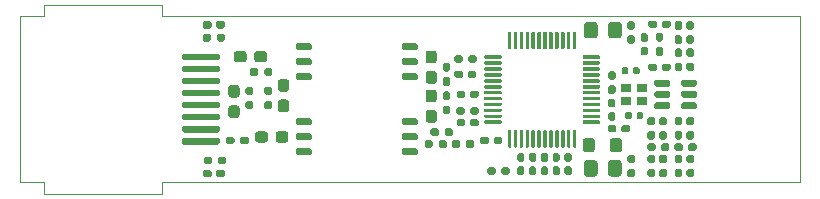
<source format=gtp>
G04 #@! TF.GenerationSoftware,KiCad,Pcbnew,6.0.10+dfsg-1~bpo11+1*
G04 #@! TF.ProjectId,project,70726f6a-6563-4742-9e6b-696361645f70,rev?*
G04 #@! TF.SameCoordinates,Original*
G04 #@! TF.FileFunction,Paste,Top*
G04 #@! TF.FilePolarity,Positive*
%FSLAX46Y46*%
G04 Gerber Fmt 4.6, Leading zero omitted, Abs format (unit mm)*
%MOMM*%
%LPD*%
G01*
G04 APERTURE LIST*
G04 #@! TA.AperFunction,Profile*
%ADD10C,0.100000*%
G04 #@! TD*
%ADD11R,0.900000X0.800000*%
G04 APERTURE END LIST*
D10*
X120262500Y-76037500D02*
X120262500Y-75037500D01*
X184262500Y-76037500D02*
X184262500Y-90037500D01*
X184262500Y-90037500D02*
X130262500Y-90037500D01*
X130262500Y-75037500D02*
X130262500Y-76037500D01*
X130262500Y-76037500D02*
X184262500Y-76037500D01*
X120262500Y-75037500D02*
X130262500Y-75037500D01*
X118262500Y-90037500D02*
X120262500Y-90037500D01*
X120262500Y-76037500D02*
X118262500Y-76037500D01*
X120262500Y-91037500D02*
X130262500Y-91037500D01*
X118262500Y-90037500D02*
X118262500Y-76037500D01*
X130262500Y-91037500D02*
X130262500Y-90037500D01*
X120262500Y-90037500D02*
X120262500Y-91037500D01*
G36*
G01*
X161500000Y-87602500D02*
X161810000Y-87602500D01*
G75*
G02*
X161965000Y-87757500I0J-155000D01*
G01*
X161965000Y-88182500D01*
G75*
G02*
X161810000Y-88337500I-155000J0D01*
G01*
X161500000Y-88337500D01*
G75*
G02*
X161345000Y-88182500I0J155000D01*
G01*
X161345000Y-87757500D01*
G75*
G02*
X161500000Y-87602500I155000J0D01*
G01*
G37*
G36*
G01*
X161500000Y-88737500D02*
X161810000Y-88737500D01*
G75*
G02*
X161965000Y-88892500I0J-155000D01*
G01*
X161965000Y-89317500D01*
G75*
G02*
X161810000Y-89472500I-155000J0D01*
G01*
X161500000Y-89472500D01*
G75*
G02*
X161345000Y-89317500I0J155000D01*
G01*
X161345000Y-88892500D01*
G75*
G02*
X161500000Y-88737500I155000J0D01*
G01*
G37*
G36*
G01*
X153300000Y-85037500D02*
X152825000Y-85037500D01*
G75*
G02*
X152587500Y-84800000I0J237500D01*
G01*
X152587500Y-84200000D01*
G75*
G02*
X152825000Y-83962500I237500J0D01*
G01*
X153300000Y-83962500D01*
G75*
G02*
X153537500Y-84200000I0J-237500D01*
G01*
X153537500Y-84800000D01*
G75*
G02*
X153300000Y-85037500I-237500J0D01*
G01*
G37*
G36*
G01*
X153300000Y-83312500D02*
X152825000Y-83312500D01*
G75*
G02*
X152587500Y-83075000I0J237500D01*
G01*
X152587500Y-82475000D01*
G75*
G02*
X152825000Y-82237500I237500J0D01*
G01*
X153300000Y-82237500D01*
G75*
G02*
X153537500Y-82475000I0J-237500D01*
G01*
X153537500Y-83075000D01*
G75*
G02*
X153300000Y-83312500I-237500J0D01*
G01*
G37*
G36*
G01*
X159717500Y-88977500D02*
X159717500Y-89297500D01*
G75*
G02*
X159557500Y-89457500I-160000J0D01*
G01*
X159162500Y-89457500D01*
G75*
G02*
X159002500Y-89297500I0J160000D01*
G01*
X159002500Y-88977500D01*
G75*
G02*
X159162500Y-88817500I160000J0D01*
G01*
X159557500Y-88817500D01*
G75*
G02*
X159717500Y-88977500I0J-160000D01*
G01*
G37*
G36*
G01*
X158522500Y-88977500D02*
X158522500Y-89297500D01*
G75*
G02*
X158362500Y-89457500I-160000J0D01*
G01*
X157967500Y-89457500D01*
G75*
G02*
X157807500Y-89297500I0J160000D01*
G01*
X157807500Y-88977500D01*
G75*
G02*
X157967500Y-88817500I160000J0D01*
G01*
X158362500Y-88817500D01*
G75*
G02*
X158522500Y-88977500I0J-160000D01*
G01*
G37*
G36*
G01*
X168195000Y-80682500D02*
X168515000Y-80682500D01*
G75*
G02*
X168675000Y-80842500I0J-160000D01*
G01*
X168675000Y-81237500D01*
G75*
G02*
X168515000Y-81397500I-160000J0D01*
G01*
X168195000Y-81397500D01*
G75*
G02*
X168035000Y-81237500I0J160000D01*
G01*
X168035000Y-80842500D01*
G75*
G02*
X168195000Y-80682500I160000J0D01*
G01*
G37*
G36*
G01*
X168195000Y-81877500D02*
X168515000Y-81877500D01*
G75*
G02*
X168675000Y-82037500I0J-160000D01*
G01*
X168675000Y-82432500D01*
G75*
G02*
X168515000Y-82592500I-160000J0D01*
G01*
X168195000Y-82592500D01*
G75*
G02*
X168035000Y-82432500I0J160000D01*
G01*
X168035000Y-82037500D01*
G75*
G02*
X168195000Y-81877500I160000J0D01*
G01*
G37*
G36*
G01*
X154522500Y-84292500D02*
X154202500Y-84292500D01*
G75*
G02*
X154042500Y-84132500I0J160000D01*
G01*
X154042500Y-83737500D01*
G75*
G02*
X154202500Y-83577500I160000J0D01*
G01*
X154522500Y-83577500D01*
G75*
G02*
X154682500Y-83737500I0J-160000D01*
G01*
X154682500Y-84132500D01*
G75*
G02*
X154522500Y-84292500I-160000J0D01*
G01*
G37*
G36*
G01*
X154522500Y-83097500D02*
X154202500Y-83097500D01*
G75*
G02*
X154042500Y-82937500I0J160000D01*
G01*
X154042500Y-82542500D01*
G75*
G02*
X154202500Y-82382500I160000J0D01*
G01*
X154522500Y-82382500D01*
G75*
G02*
X154682500Y-82542500I0J-160000D01*
G01*
X154682500Y-82937500D01*
G75*
G02*
X154522500Y-83097500I-160000J0D01*
G01*
G37*
G36*
G01*
X172860000Y-86455000D02*
X172540000Y-86455000D01*
G75*
G02*
X172380000Y-86295000I0J160000D01*
G01*
X172380000Y-85900000D01*
G75*
G02*
X172540000Y-85740000I160000J0D01*
G01*
X172860000Y-85740000D01*
G75*
G02*
X173020000Y-85900000I0J-160000D01*
G01*
X173020000Y-86295000D01*
G75*
G02*
X172860000Y-86455000I-160000J0D01*
G01*
G37*
G36*
G01*
X172860000Y-85260000D02*
X172540000Y-85260000D01*
G75*
G02*
X172380000Y-85100000I0J160000D01*
G01*
X172380000Y-84705000D01*
G75*
G02*
X172540000Y-84545000I160000J0D01*
G01*
X172860000Y-84545000D01*
G75*
G02*
X173020000Y-84705000I0J-160000D01*
G01*
X173020000Y-85100000D01*
G75*
G02*
X172860000Y-85260000I-160000J0D01*
G01*
G37*
G36*
G01*
X135617500Y-76577500D02*
X135617500Y-76897500D01*
G75*
G02*
X135457500Y-77057500I-160000J0D01*
G01*
X135012500Y-77057500D01*
G75*
G02*
X134852500Y-76897500I0J160000D01*
G01*
X134852500Y-76577500D01*
G75*
G02*
X135012500Y-76417500I160000J0D01*
G01*
X135457500Y-76417500D01*
G75*
G02*
X135617500Y-76577500I0J-160000D01*
G01*
G37*
G36*
G01*
X134472500Y-76577500D02*
X134472500Y-76897500D01*
G75*
G02*
X134312500Y-77057500I-160000J0D01*
G01*
X133867500Y-77057500D01*
G75*
G02*
X133707500Y-76897500I0J160000D01*
G01*
X133707500Y-76577500D01*
G75*
G02*
X133867500Y-76417500I160000J0D01*
G01*
X134312500Y-76417500D01*
G75*
G02*
X134472500Y-76577500I0J-160000D01*
G01*
G37*
G36*
G01*
X154805000Y-86997500D02*
X154805000Y-86677500D01*
G75*
G02*
X154965000Y-86517500I160000J0D01*
G01*
X155360000Y-86517500D01*
G75*
G02*
X155520000Y-86677500I0J-160000D01*
G01*
X155520000Y-86997500D01*
G75*
G02*
X155360000Y-87157500I-160000J0D01*
G01*
X154965000Y-87157500D01*
G75*
G02*
X154805000Y-86997500I0J160000D01*
G01*
G37*
G36*
G01*
X156000000Y-86997500D02*
X156000000Y-86677500D01*
G75*
G02*
X156160000Y-86517500I160000J0D01*
G01*
X156555000Y-86517500D01*
G75*
G02*
X156715000Y-86677500I0J-160000D01*
G01*
X156715000Y-86997500D01*
G75*
G02*
X156555000Y-87157500I-160000J0D01*
G01*
X156160000Y-87157500D01*
G75*
G02*
X156000000Y-86997500I0J160000D01*
G01*
G37*
G36*
G01*
X173840000Y-84545000D02*
X174160000Y-84545000D01*
G75*
G02*
X174320000Y-84705000I0J-160000D01*
G01*
X174320000Y-85100000D01*
G75*
G02*
X174160000Y-85260000I-160000J0D01*
G01*
X173840000Y-85260000D01*
G75*
G02*
X173680000Y-85100000I0J160000D01*
G01*
X173680000Y-84705000D01*
G75*
G02*
X173840000Y-84545000I160000J0D01*
G01*
G37*
G36*
G01*
X173840000Y-85740000D02*
X174160000Y-85740000D01*
G75*
G02*
X174320000Y-85900000I0J-160000D01*
G01*
X174320000Y-86295000D01*
G75*
G02*
X174160000Y-86455000I-160000J0D01*
G01*
X173840000Y-86455000D01*
G75*
G02*
X173680000Y-86295000I0J160000D01*
G01*
X173680000Y-85900000D01*
G75*
G02*
X173840000Y-85740000I160000J0D01*
G01*
G37*
G36*
G01*
X154202500Y-79982500D02*
X154522500Y-79982500D01*
G75*
G02*
X154682500Y-80142500I0J-160000D01*
G01*
X154682500Y-80537500D01*
G75*
G02*
X154522500Y-80697500I-160000J0D01*
G01*
X154202500Y-80697500D01*
G75*
G02*
X154042500Y-80537500I0J160000D01*
G01*
X154042500Y-80142500D01*
G75*
G02*
X154202500Y-79982500I160000J0D01*
G01*
G37*
G36*
G01*
X154202500Y-81177500D02*
X154522500Y-81177500D01*
G75*
G02*
X154682500Y-81337500I0J-160000D01*
G01*
X154682500Y-81732500D01*
G75*
G02*
X154522500Y-81892500I-160000J0D01*
G01*
X154202500Y-81892500D01*
G75*
G02*
X154042500Y-81732500I0J160000D01*
G01*
X154042500Y-81337500D01*
G75*
G02*
X154202500Y-81177500I160000J0D01*
G01*
G37*
G36*
G01*
X157555000Y-79562500D02*
X157555000Y-79412500D01*
G75*
G02*
X157630000Y-79337500I75000J0D01*
G01*
X158955000Y-79337500D01*
G75*
G02*
X159030000Y-79412500I0J-75000D01*
G01*
X159030000Y-79562500D01*
G75*
G02*
X158955000Y-79637500I-75000J0D01*
G01*
X157630000Y-79637500D01*
G75*
G02*
X157555000Y-79562500I0J75000D01*
G01*
G37*
G36*
G01*
X157555000Y-80062500D02*
X157555000Y-79912500D01*
G75*
G02*
X157630000Y-79837500I75000J0D01*
G01*
X158955000Y-79837500D01*
G75*
G02*
X159030000Y-79912500I0J-75000D01*
G01*
X159030000Y-80062500D01*
G75*
G02*
X158955000Y-80137500I-75000J0D01*
G01*
X157630000Y-80137500D01*
G75*
G02*
X157555000Y-80062500I0J75000D01*
G01*
G37*
G36*
G01*
X157555000Y-80562500D02*
X157555000Y-80412500D01*
G75*
G02*
X157630000Y-80337500I75000J0D01*
G01*
X158955000Y-80337500D01*
G75*
G02*
X159030000Y-80412500I0J-75000D01*
G01*
X159030000Y-80562500D01*
G75*
G02*
X158955000Y-80637500I-75000J0D01*
G01*
X157630000Y-80637500D01*
G75*
G02*
X157555000Y-80562500I0J75000D01*
G01*
G37*
G36*
G01*
X157555000Y-81062500D02*
X157555000Y-80912500D01*
G75*
G02*
X157630000Y-80837500I75000J0D01*
G01*
X158955000Y-80837500D01*
G75*
G02*
X159030000Y-80912500I0J-75000D01*
G01*
X159030000Y-81062500D01*
G75*
G02*
X158955000Y-81137500I-75000J0D01*
G01*
X157630000Y-81137500D01*
G75*
G02*
X157555000Y-81062500I0J75000D01*
G01*
G37*
G36*
G01*
X157555000Y-81562500D02*
X157555000Y-81412500D01*
G75*
G02*
X157630000Y-81337500I75000J0D01*
G01*
X158955000Y-81337500D01*
G75*
G02*
X159030000Y-81412500I0J-75000D01*
G01*
X159030000Y-81562500D01*
G75*
G02*
X158955000Y-81637500I-75000J0D01*
G01*
X157630000Y-81637500D01*
G75*
G02*
X157555000Y-81562500I0J75000D01*
G01*
G37*
G36*
G01*
X157555000Y-82062500D02*
X157555000Y-81912500D01*
G75*
G02*
X157630000Y-81837500I75000J0D01*
G01*
X158955000Y-81837500D01*
G75*
G02*
X159030000Y-81912500I0J-75000D01*
G01*
X159030000Y-82062500D01*
G75*
G02*
X158955000Y-82137500I-75000J0D01*
G01*
X157630000Y-82137500D01*
G75*
G02*
X157555000Y-82062500I0J75000D01*
G01*
G37*
G36*
G01*
X157555000Y-82562500D02*
X157555000Y-82412500D01*
G75*
G02*
X157630000Y-82337500I75000J0D01*
G01*
X158955000Y-82337500D01*
G75*
G02*
X159030000Y-82412500I0J-75000D01*
G01*
X159030000Y-82562500D01*
G75*
G02*
X158955000Y-82637500I-75000J0D01*
G01*
X157630000Y-82637500D01*
G75*
G02*
X157555000Y-82562500I0J75000D01*
G01*
G37*
G36*
G01*
X157555000Y-83062500D02*
X157555000Y-82912500D01*
G75*
G02*
X157630000Y-82837500I75000J0D01*
G01*
X158955000Y-82837500D01*
G75*
G02*
X159030000Y-82912500I0J-75000D01*
G01*
X159030000Y-83062500D01*
G75*
G02*
X158955000Y-83137500I-75000J0D01*
G01*
X157630000Y-83137500D01*
G75*
G02*
X157555000Y-83062500I0J75000D01*
G01*
G37*
G36*
G01*
X157555000Y-83562500D02*
X157555000Y-83412500D01*
G75*
G02*
X157630000Y-83337500I75000J0D01*
G01*
X158955000Y-83337500D01*
G75*
G02*
X159030000Y-83412500I0J-75000D01*
G01*
X159030000Y-83562500D01*
G75*
G02*
X158955000Y-83637500I-75000J0D01*
G01*
X157630000Y-83637500D01*
G75*
G02*
X157555000Y-83562500I0J75000D01*
G01*
G37*
G36*
G01*
X157555000Y-84062500D02*
X157555000Y-83912500D01*
G75*
G02*
X157630000Y-83837500I75000J0D01*
G01*
X158955000Y-83837500D01*
G75*
G02*
X159030000Y-83912500I0J-75000D01*
G01*
X159030000Y-84062500D01*
G75*
G02*
X158955000Y-84137500I-75000J0D01*
G01*
X157630000Y-84137500D01*
G75*
G02*
X157555000Y-84062500I0J75000D01*
G01*
G37*
G36*
G01*
X157555000Y-84562500D02*
X157555000Y-84412500D01*
G75*
G02*
X157630000Y-84337500I75000J0D01*
G01*
X158955000Y-84337500D01*
G75*
G02*
X159030000Y-84412500I0J-75000D01*
G01*
X159030000Y-84562500D01*
G75*
G02*
X158955000Y-84637500I-75000J0D01*
G01*
X157630000Y-84637500D01*
G75*
G02*
X157555000Y-84562500I0J75000D01*
G01*
G37*
G36*
G01*
X157555000Y-85062500D02*
X157555000Y-84912500D01*
G75*
G02*
X157630000Y-84837500I75000J0D01*
G01*
X158955000Y-84837500D01*
G75*
G02*
X159030000Y-84912500I0J-75000D01*
G01*
X159030000Y-85062500D01*
G75*
G02*
X158955000Y-85137500I-75000J0D01*
G01*
X157630000Y-85137500D01*
G75*
G02*
X157555000Y-85062500I0J75000D01*
G01*
G37*
G36*
G01*
X159555000Y-87062500D02*
X159555000Y-85737500D01*
G75*
G02*
X159630000Y-85662500I75000J0D01*
G01*
X159780000Y-85662500D01*
G75*
G02*
X159855000Y-85737500I0J-75000D01*
G01*
X159855000Y-87062500D01*
G75*
G02*
X159780000Y-87137500I-75000J0D01*
G01*
X159630000Y-87137500D01*
G75*
G02*
X159555000Y-87062500I0J75000D01*
G01*
G37*
G36*
G01*
X160055000Y-87062500D02*
X160055000Y-85737500D01*
G75*
G02*
X160130000Y-85662500I75000J0D01*
G01*
X160280000Y-85662500D01*
G75*
G02*
X160355000Y-85737500I0J-75000D01*
G01*
X160355000Y-87062500D01*
G75*
G02*
X160280000Y-87137500I-75000J0D01*
G01*
X160130000Y-87137500D01*
G75*
G02*
X160055000Y-87062500I0J75000D01*
G01*
G37*
G36*
G01*
X160555000Y-87062500D02*
X160555000Y-85737500D01*
G75*
G02*
X160630000Y-85662500I75000J0D01*
G01*
X160780000Y-85662500D01*
G75*
G02*
X160855000Y-85737500I0J-75000D01*
G01*
X160855000Y-87062500D01*
G75*
G02*
X160780000Y-87137500I-75000J0D01*
G01*
X160630000Y-87137500D01*
G75*
G02*
X160555000Y-87062500I0J75000D01*
G01*
G37*
G36*
G01*
X161055000Y-87062500D02*
X161055000Y-85737500D01*
G75*
G02*
X161130000Y-85662500I75000J0D01*
G01*
X161280000Y-85662500D01*
G75*
G02*
X161355000Y-85737500I0J-75000D01*
G01*
X161355000Y-87062500D01*
G75*
G02*
X161280000Y-87137500I-75000J0D01*
G01*
X161130000Y-87137500D01*
G75*
G02*
X161055000Y-87062500I0J75000D01*
G01*
G37*
G36*
G01*
X161555000Y-87062500D02*
X161555000Y-85737500D01*
G75*
G02*
X161630000Y-85662500I75000J0D01*
G01*
X161780000Y-85662500D01*
G75*
G02*
X161855000Y-85737500I0J-75000D01*
G01*
X161855000Y-87062500D01*
G75*
G02*
X161780000Y-87137500I-75000J0D01*
G01*
X161630000Y-87137500D01*
G75*
G02*
X161555000Y-87062500I0J75000D01*
G01*
G37*
G36*
G01*
X162055000Y-87062500D02*
X162055000Y-85737500D01*
G75*
G02*
X162130000Y-85662500I75000J0D01*
G01*
X162280000Y-85662500D01*
G75*
G02*
X162355000Y-85737500I0J-75000D01*
G01*
X162355000Y-87062500D01*
G75*
G02*
X162280000Y-87137500I-75000J0D01*
G01*
X162130000Y-87137500D01*
G75*
G02*
X162055000Y-87062500I0J75000D01*
G01*
G37*
G36*
G01*
X162555000Y-87062500D02*
X162555000Y-85737500D01*
G75*
G02*
X162630000Y-85662500I75000J0D01*
G01*
X162780000Y-85662500D01*
G75*
G02*
X162855000Y-85737500I0J-75000D01*
G01*
X162855000Y-87062500D01*
G75*
G02*
X162780000Y-87137500I-75000J0D01*
G01*
X162630000Y-87137500D01*
G75*
G02*
X162555000Y-87062500I0J75000D01*
G01*
G37*
G36*
G01*
X163055000Y-87062500D02*
X163055000Y-85737500D01*
G75*
G02*
X163130000Y-85662500I75000J0D01*
G01*
X163280000Y-85662500D01*
G75*
G02*
X163355000Y-85737500I0J-75000D01*
G01*
X163355000Y-87062500D01*
G75*
G02*
X163280000Y-87137500I-75000J0D01*
G01*
X163130000Y-87137500D01*
G75*
G02*
X163055000Y-87062500I0J75000D01*
G01*
G37*
G36*
G01*
X163555000Y-87062500D02*
X163555000Y-85737500D01*
G75*
G02*
X163630000Y-85662500I75000J0D01*
G01*
X163780000Y-85662500D01*
G75*
G02*
X163855000Y-85737500I0J-75000D01*
G01*
X163855000Y-87062500D01*
G75*
G02*
X163780000Y-87137500I-75000J0D01*
G01*
X163630000Y-87137500D01*
G75*
G02*
X163555000Y-87062500I0J75000D01*
G01*
G37*
G36*
G01*
X164055000Y-87062500D02*
X164055000Y-85737500D01*
G75*
G02*
X164130000Y-85662500I75000J0D01*
G01*
X164280000Y-85662500D01*
G75*
G02*
X164355000Y-85737500I0J-75000D01*
G01*
X164355000Y-87062500D01*
G75*
G02*
X164280000Y-87137500I-75000J0D01*
G01*
X164130000Y-87137500D01*
G75*
G02*
X164055000Y-87062500I0J75000D01*
G01*
G37*
G36*
G01*
X164555000Y-87062500D02*
X164555000Y-85737500D01*
G75*
G02*
X164630000Y-85662500I75000J0D01*
G01*
X164780000Y-85662500D01*
G75*
G02*
X164855000Y-85737500I0J-75000D01*
G01*
X164855000Y-87062500D01*
G75*
G02*
X164780000Y-87137500I-75000J0D01*
G01*
X164630000Y-87137500D01*
G75*
G02*
X164555000Y-87062500I0J75000D01*
G01*
G37*
G36*
G01*
X165055000Y-87062500D02*
X165055000Y-85737500D01*
G75*
G02*
X165130000Y-85662500I75000J0D01*
G01*
X165280000Y-85662500D01*
G75*
G02*
X165355000Y-85737500I0J-75000D01*
G01*
X165355000Y-87062500D01*
G75*
G02*
X165280000Y-87137500I-75000J0D01*
G01*
X165130000Y-87137500D01*
G75*
G02*
X165055000Y-87062500I0J75000D01*
G01*
G37*
G36*
G01*
X165880000Y-85062500D02*
X165880000Y-84912500D01*
G75*
G02*
X165955000Y-84837500I75000J0D01*
G01*
X167280000Y-84837500D01*
G75*
G02*
X167355000Y-84912500I0J-75000D01*
G01*
X167355000Y-85062500D01*
G75*
G02*
X167280000Y-85137500I-75000J0D01*
G01*
X165955000Y-85137500D01*
G75*
G02*
X165880000Y-85062500I0J75000D01*
G01*
G37*
G36*
G01*
X165880000Y-84562500D02*
X165880000Y-84412500D01*
G75*
G02*
X165955000Y-84337500I75000J0D01*
G01*
X167280000Y-84337500D01*
G75*
G02*
X167355000Y-84412500I0J-75000D01*
G01*
X167355000Y-84562500D01*
G75*
G02*
X167280000Y-84637500I-75000J0D01*
G01*
X165955000Y-84637500D01*
G75*
G02*
X165880000Y-84562500I0J75000D01*
G01*
G37*
G36*
G01*
X165880000Y-84062500D02*
X165880000Y-83912500D01*
G75*
G02*
X165955000Y-83837500I75000J0D01*
G01*
X167280000Y-83837500D01*
G75*
G02*
X167355000Y-83912500I0J-75000D01*
G01*
X167355000Y-84062500D01*
G75*
G02*
X167280000Y-84137500I-75000J0D01*
G01*
X165955000Y-84137500D01*
G75*
G02*
X165880000Y-84062500I0J75000D01*
G01*
G37*
G36*
G01*
X165880000Y-83562500D02*
X165880000Y-83412500D01*
G75*
G02*
X165955000Y-83337500I75000J0D01*
G01*
X167280000Y-83337500D01*
G75*
G02*
X167355000Y-83412500I0J-75000D01*
G01*
X167355000Y-83562500D01*
G75*
G02*
X167280000Y-83637500I-75000J0D01*
G01*
X165955000Y-83637500D01*
G75*
G02*
X165880000Y-83562500I0J75000D01*
G01*
G37*
G36*
G01*
X165880000Y-83062500D02*
X165880000Y-82912500D01*
G75*
G02*
X165955000Y-82837500I75000J0D01*
G01*
X167280000Y-82837500D01*
G75*
G02*
X167355000Y-82912500I0J-75000D01*
G01*
X167355000Y-83062500D01*
G75*
G02*
X167280000Y-83137500I-75000J0D01*
G01*
X165955000Y-83137500D01*
G75*
G02*
X165880000Y-83062500I0J75000D01*
G01*
G37*
G36*
G01*
X165880000Y-82562500D02*
X165880000Y-82412500D01*
G75*
G02*
X165955000Y-82337500I75000J0D01*
G01*
X167280000Y-82337500D01*
G75*
G02*
X167355000Y-82412500I0J-75000D01*
G01*
X167355000Y-82562500D01*
G75*
G02*
X167280000Y-82637500I-75000J0D01*
G01*
X165955000Y-82637500D01*
G75*
G02*
X165880000Y-82562500I0J75000D01*
G01*
G37*
G36*
G01*
X165880000Y-82062500D02*
X165880000Y-81912500D01*
G75*
G02*
X165955000Y-81837500I75000J0D01*
G01*
X167280000Y-81837500D01*
G75*
G02*
X167355000Y-81912500I0J-75000D01*
G01*
X167355000Y-82062500D01*
G75*
G02*
X167280000Y-82137500I-75000J0D01*
G01*
X165955000Y-82137500D01*
G75*
G02*
X165880000Y-82062500I0J75000D01*
G01*
G37*
G36*
G01*
X165880000Y-81562500D02*
X165880000Y-81412500D01*
G75*
G02*
X165955000Y-81337500I75000J0D01*
G01*
X167280000Y-81337500D01*
G75*
G02*
X167355000Y-81412500I0J-75000D01*
G01*
X167355000Y-81562500D01*
G75*
G02*
X167280000Y-81637500I-75000J0D01*
G01*
X165955000Y-81637500D01*
G75*
G02*
X165880000Y-81562500I0J75000D01*
G01*
G37*
G36*
G01*
X165880000Y-81062500D02*
X165880000Y-80912500D01*
G75*
G02*
X165955000Y-80837500I75000J0D01*
G01*
X167280000Y-80837500D01*
G75*
G02*
X167355000Y-80912500I0J-75000D01*
G01*
X167355000Y-81062500D01*
G75*
G02*
X167280000Y-81137500I-75000J0D01*
G01*
X165955000Y-81137500D01*
G75*
G02*
X165880000Y-81062500I0J75000D01*
G01*
G37*
G36*
G01*
X165880000Y-80562500D02*
X165880000Y-80412500D01*
G75*
G02*
X165955000Y-80337500I75000J0D01*
G01*
X167280000Y-80337500D01*
G75*
G02*
X167355000Y-80412500I0J-75000D01*
G01*
X167355000Y-80562500D01*
G75*
G02*
X167280000Y-80637500I-75000J0D01*
G01*
X165955000Y-80637500D01*
G75*
G02*
X165880000Y-80562500I0J75000D01*
G01*
G37*
G36*
G01*
X165880000Y-80062500D02*
X165880000Y-79912500D01*
G75*
G02*
X165955000Y-79837500I75000J0D01*
G01*
X167280000Y-79837500D01*
G75*
G02*
X167355000Y-79912500I0J-75000D01*
G01*
X167355000Y-80062500D01*
G75*
G02*
X167280000Y-80137500I-75000J0D01*
G01*
X165955000Y-80137500D01*
G75*
G02*
X165880000Y-80062500I0J75000D01*
G01*
G37*
G36*
G01*
X165880000Y-79562500D02*
X165880000Y-79412500D01*
G75*
G02*
X165955000Y-79337500I75000J0D01*
G01*
X167280000Y-79337500D01*
G75*
G02*
X167355000Y-79412500I0J-75000D01*
G01*
X167355000Y-79562500D01*
G75*
G02*
X167280000Y-79637500I-75000J0D01*
G01*
X165955000Y-79637500D01*
G75*
G02*
X165880000Y-79562500I0J75000D01*
G01*
G37*
G36*
G01*
X165055000Y-78737500D02*
X165055000Y-77412500D01*
G75*
G02*
X165130000Y-77337500I75000J0D01*
G01*
X165280000Y-77337500D01*
G75*
G02*
X165355000Y-77412500I0J-75000D01*
G01*
X165355000Y-78737500D01*
G75*
G02*
X165280000Y-78812500I-75000J0D01*
G01*
X165130000Y-78812500D01*
G75*
G02*
X165055000Y-78737500I0J75000D01*
G01*
G37*
G36*
G01*
X164555000Y-78737500D02*
X164555000Y-77412500D01*
G75*
G02*
X164630000Y-77337500I75000J0D01*
G01*
X164780000Y-77337500D01*
G75*
G02*
X164855000Y-77412500I0J-75000D01*
G01*
X164855000Y-78737500D01*
G75*
G02*
X164780000Y-78812500I-75000J0D01*
G01*
X164630000Y-78812500D01*
G75*
G02*
X164555000Y-78737500I0J75000D01*
G01*
G37*
G36*
G01*
X164055000Y-78737500D02*
X164055000Y-77412500D01*
G75*
G02*
X164130000Y-77337500I75000J0D01*
G01*
X164280000Y-77337500D01*
G75*
G02*
X164355000Y-77412500I0J-75000D01*
G01*
X164355000Y-78737500D01*
G75*
G02*
X164280000Y-78812500I-75000J0D01*
G01*
X164130000Y-78812500D01*
G75*
G02*
X164055000Y-78737500I0J75000D01*
G01*
G37*
G36*
G01*
X163555000Y-78737500D02*
X163555000Y-77412500D01*
G75*
G02*
X163630000Y-77337500I75000J0D01*
G01*
X163780000Y-77337500D01*
G75*
G02*
X163855000Y-77412500I0J-75000D01*
G01*
X163855000Y-78737500D01*
G75*
G02*
X163780000Y-78812500I-75000J0D01*
G01*
X163630000Y-78812500D01*
G75*
G02*
X163555000Y-78737500I0J75000D01*
G01*
G37*
G36*
G01*
X163055000Y-78737500D02*
X163055000Y-77412500D01*
G75*
G02*
X163130000Y-77337500I75000J0D01*
G01*
X163280000Y-77337500D01*
G75*
G02*
X163355000Y-77412500I0J-75000D01*
G01*
X163355000Y-78737500D01*
G75*
G02*
X163280000Y-78812500I-75000J0D01*
G01*
X163130000Y-78812500D01*
G75*
G02*
X163055000Y-78737500I0J75000D01*
G01*
G37*
G36*
G01*
X162555000Y-78737500D02*
X162555000Y-77412500D01*
G75*
G02*
X162630000Y-77337500I75000J0D01*
G01*
X162780000Y-77337500D01*
G75*
G02*
X162855000Y-77412500I0J-75000D01*
G01*
X162855000Y-78737500D01*
G75*
G02*
X162780000Y-78812500I-75000J0D01*
G01*
X162630000Y-78812500D01*
G75*
G02*
X162555000Y-78737500I0J75000D01*
G01*
G37*
G36*
G01*
X162055000Y-78737500D02*
X162055000Y-77412500D01*
G75*
G02*
X162130000Y-77337500I75000J0D01*
G01*
X162280000Y-77337500D01*
G75*
G02*
X162355000Y-77412500I0J-75000D01*
G01*
X162355000Y-78737500D01*
G75*
G02*
X162280000Y-78812500I-75000J0D01*
G01*
X162130000Y-78812500D01*
G75*
G02*
X162055000Y-78737500I0J75000D01*
G01*
G37*
G36*
G01*
X161555000Y-78737500D02*
X161555000Y-77412500D01*
G75*
G02*
X161630000Y-77337500I75000J0D01*
G01*
X161780000Y-77337500D01*
G75*
G02*
X161855000Y-77412500I0J-75000D01*
G01*
X161855000Y-78737500D01*
G75*
G02*
X161780000Y-78812500I-75000J0D01*
G01*
X161630000Y-78812500D01*
G75*
G02*
X161555000Y-78737500I0J75000D01*
G01*
G37*
G36*
G01*
X161055000Y-78737500D02*
X161055000Y-77412500D01*
G75*
G02*
X161130000Y-77337500I75000J0D01*
G01*
X161280000Y-77337500D01*
G75*
G02*
X161355000Y-77412500I0J-75000D01*
G01*
X161355000Y-78737500D01*
G75*
G02*
X161280000Y-78812500I-75000J0D01*
G01*
X161130000Y-78812500D01*
G75*
G02*
X161055000Y-78737500I0J75000D01*
G01*
G37*
G36*
G01*
X160555000Y-78737500D02*
X160555000Y-77412500D01*
G75*
G02*
X160630000Y-77337500I75000J0D01*
G01*
X160780000Y-77337500D01*
G75*
G02*
X160855000Y-77412500I0J-75000D01*
G01*
X160855000Y-78737500D01*
G75*
G02*
X160780000Y-78812500I-75000J0D01*
G01*
X160630000Y-78812500D01*
G75*
G02*
X160555000Y-78737500I0J75000D01*
G01*
G37*
G36*
G01*
X160055000Y-78737500D02*
X160055000Y-77412500D01*
G75*
G02*
X160130000Y-77337500I75000J0D01*
G01*
X160280000Y-77337500D01*
G75*
G02*
X160355000Y-77412500I0J-75000D01*
G01*
X160355000Y-78737500D01*
G75*
G02*
X160280000Y-78812500I-75000J0D01*
G01*
X160130000Y-78812500D01*
G75*
G02*
X160055000Y-78737500I0J75000D01*
G01*
G37*
G36*
G01*
X159555000Y-78737500D02*
X159555000Y-77412500D01*
G75*
G02*
X159630000Y-77337500I75000J0D01*
G01*
X159780000Y-77337500D01*
G75*
G02*
X159855000Y-77412500I0J-75000D01*
G01*
X159855000Y-78737500D01*
G75*
G02*
X159780000Y-78812500I-75000J0D01*
G01*
X159630000Y-78812500D01*
G75*
G02*
X159555000Y-78737500I0J75000D01*
G01*
G37*
G36*
G01*
X160500000Y-87602500D02*
X160810000Y-87602500D01*
G75*
G02*
X160965000Y-87757500I0J-155000D01*
G01*
X160965000Y-88182500D01*
G75*
G02*
X160810000Y-88337500I-155000J0D01*
G01*
X160500000Y-88337500D01*
G75*
G02*
X160345000Y-88182500I0J155000D01*
G01*
X160345000Y-87757500D01*
G75*
G02*
X160500000Y-87602500I155000J0D01*
G01*
G37*
G36*
G01*
X160500000Y-88737500D02*
X160810000Y-88737500D01*
G75*
G02*
X160965000Y-88892500I0J-155000D01*
G01*
X160965000Y-89317500D01*
G75*
G02*
X160810000Y-89472500I-155000J0D01*
G01*
X160500000Y-89472500D01*
G75*
G02*
X160345000Y-89317500I0J155000D01*
G01*
X160345000Y-88892500D01*
G75*
G02*
X160500000Y-88737500I155000J0D01*
G01*
G37*
G36*
G01*
X164500000Y-87602500D02*
X164810000Y-87602500D01*
G75*
G02*
X164965000Y-87757500I0J-155000D01*
G01*
X164965000Y-88182500D01*
G75*
G02*
X164810000Y-88337500I-155000J0D01*
G01*
X164500000Y-88337500D01*
G75*
G02*
X164345000Y-88182500I0J155000D01*
G01*
X164345000Y-87757500D01*
G75*
G02*
X164500000Y-87602500I155000J0D01*
G01*
G37*
G36*
G01*
X164500000Y-88737500D02*
X164810000Y-88737500D01*
G75*
G02*
X164965000Y-88892500I0J-155000D01*
G01*
X164965000Y-89317500D01*
G75*
G02*
X164810000Y-89472500I-155000J0D01*
G01*
X164500000Y-89472500D01*
G75*
G02*
X164345000Y-89317500I0J155000D01*
G01*
X164345000Y-88892500D01*
G75*
G02*
X164500000Y-88737500I155000J0D01*
G01*
G37*
G36*
G01*
X152825000Y-78937500D02*
X153300000Y-78937500D01*
G75*
G02*
X153537500Y-79175000I0J-237500D01*
G01*
X153537500Y-79775000D01*
G75*
G02*
X153300000Y-80012500I-237500J0D01*
G01*
X152825000Y-80012500D01*
G75*
G02*
X152587500Y-79775000I0J237500D01*
G01*
X152587500Y-79175000D01*
G75*
G02*
X152825000Y-78937500I237500J0D01*
G01*
G37*
G36*
G01*
X152825000Y-80662500D02*
X153300000Y-80662500D01*
G75*
G02*
X153537500Y-80900000I0J-237500D01*
G01*
X153537500Y-81500000D01*
G75*
G02*
X153300000Y-81737500I-237500J0D01*
G01*
X152825000Y-81737500D01*
G75*
G02*
X152587500Y-81500000I0J237500D01*
G01*
X152587500Y-80900000D01*
G75*
G02*
X152825000Y-80662500I237500J0D01*
G01*
G37*
G36*
G01*
X140325000Y-81337500D02*
X140800000Y-81337500D01*
G75*
G02*
X141037500Y-81575000I0J-237500D01*
G01*
X141037500Y-82175000D01*
G75*
G02*
X140800000Y-82412500I-237500J0D01*
G01*
X140325000Y-82412500D01*
G75*
G02*
X140087500Y-82175000I0J237500D01*
G01*
X140087500Y-81575000D01*
G75*
G02*
X140325000Y-81337500I237500J0D01*
G01*
G37*
G36*
G01*
X140325000Y-83062500D02*
X140800000Y-83062500D01*
G75*
G02*
X141037500Y-83300000I0J-237500D01*
G01*
X141037500Y-83900000D01*
G75*
G02*
X140800000Y-84137500I-237500J0D01*
G01*
X140325000Y-84137500D01*
G75*
G02*
X140087500Y-83900000I0J237500D01*
G01*
X140087500Y-83300000D01*
G75*
G02*
X140325000Y-83062500I237500J0D01*
G01*
G37*
G36*
G01*
X139422500Y-83892500D02*
X139102500Y-83892500D01*
G75*
G02*
X138942500Y-83732500I0J160000D01*
G01*
X138942500Y-83337500D01*
G75*
G02*
X139102500Y-83177500I160000J0D01*
G01*
X139422500Y-83177500D01*
G75*
G02*
X139582500Y-83337500I0J-160000D01*
G01*
X139582500Y-83732500D01*
G75*
G02*
X139422500Y-83892500I-160000J0D01*
G01*
G37*
G36*
G01*
X139422500Y-82697500D02*
X139102500Y-82697500D01*
G75*
G02*
X138942500Y-82537500I0J160000D01*
G01*
X138942500Y-82142500D01*
G75*
G02*
X139102500Y-81982500I160000J0D01*
G01*
X139422500Y-81982500D01*
G75*
G02*
X139582500Y-82142500I0J-160000D01*
G01*
X139582500Y-82537500D01*
G75*
G02*
X139422500Y-82697500I-160000J0D01*
G01*
G37*
G36*
G01*
X175160000Y-80652500D02*
X174840000Y-80652500D01*
G75*
G02*
X174680000Y-80492500I0J160000D01*
G01*
X174680000Y-80097500D01*
G75*
G02*
X174840000Y-79937500I160000J0D01*
G01*
X175160000Y-79937500D01*
G75*
G02*
X175320000Y-80097500I0J-160000D01*
G01*
X175320000Y-80492500D01*
G75*
G02*
X175160000Y-80652500I-160000J0D01*
G01*
G37*
G36*
G01*
X175160000Y-79457500D02*
X174840000Y-79457500D01*
G75*
G02*
X174680000Y-79297500I0J160000D01*
G01*
X174680000Y-78902500D01*
G75*
G02*
X174840000Y-78742500I160000J0D01*
G01*
X175160000Y-78742500D01*
G75*
G02*
X175320000Y-78902500I0J-160000D01*
G01*
X175320000Y-79297500D01*
G75*
G02*
X175160000Y-79457500I-160000J0D01*
G01*
G37*
G36*
G01*
X136600000Y-84637500D02*
X136125000Y-84637500D01*
G75*
G02*
X135887500Y-84400000I0J237500D01*
G01*
X135887500Y-83800000D01*
G75*
G02*
X136125000Y-83562500I237500J0D01*
G01*
X136600000Y-83562500D01*
G75*
G02*
X136837500Y-83800000I0J-237500D01*
G01*
X136837500Y-84400000D01*
G75*
G02*
X136600000Y-84637500I-237500J0D01*
G01*
G37*
G36*
G01*
X136600000Y-82912500D02*
X136125000Y-82912500D01*
G75*
G02*
X135887500Y-82675000I0J237500D01*
G01*
X135887500Y-82075000D01*
G75*
G02*
X136125000Y-81837500I237500J0D01*
G01*
X136600000Y-81837500D01*
G75*
G02*
X136837500Y-82075000I0J-237500D01*
G01*
X136837500Y-82675000D01*
G75*
G02*
X136600000Y-82912500I-237500J0D01*
G01*
G37*
G36*
G01*
X151937500Y-87332500D02*
X151937500Y-87632500D01*
G75*
G02*
X151787500Y-87782500I-150000J0D01*
G01*
X150712500Y-87782500D01*
G75*
G02*
X150562500Y-87632500I0J150000D01*
G01*
X150562500Y-87332500D01*
G75*
G02*
X150712500Y-87182500I150000J0D01*
G01*
X151787500Y-87182500D01*
G75*
G02*
X151937500Y-87332500I0J-150000D01*
G01*
G37*
G36*
G01*
X151937500Y-86062500D02*
X151937500Y-86362500D01*
G75*
G02*
X151787500Y-86512500I-150000J0D01*
G01*
X150712500Y-86512500D01*
G75*
G02*
X150562500Y-86362500I0J150000D01*
G01*
X150562500Y-86062500D01*
G75*
G02*
X150712500Y-85912500I150000J0D01*
G01*
X151787500Y-85912500D01*
G75*
G02*
X151937500Y-86062500I0J-150000D01*
G01*
G37*
G36*
G01*
X151937500Y-84792500D02*
X151937500Y-85092500D01*
G75*
G02*
X151787500Y-85242500I-150000J0D01*
G01*
X150712500Y-85242500D01*
G75*
G02*
X150562500Y-85092500I0J150000D01*
G01*
X150562500Y-84792500D01*
G75*
G02*
X150712500Y-84642500I150000J0D01*
G01*
X151787500Y-84642500D01*
G75*
G02*
X151937500Y-84792500I0J-150000D01*
G01*
G37*
G36*
G01*
X151937500Y-80982500D02*
X151937500Y-81282500D01*
G75*
G02*
X151787500Y-81432500I-150000J0D01*
G01*
X150712500Y-81432500D01*
G75*
G02*
X150562500Y-81282500I0J150000D01*
G01*
X150562500Y-80982500D01*
G75*
G02*
X150712500Y-80832500I150000J0D01*
G01*
X151787500Y-80832500D01*
G75*
G02*
X151937500Y-80982500I0J-150000D01*
G01*
G37*
G36*
G01*
X151937500Y-79712500D02*
X151937500Y-80012500D01*
G75*
G02*
X151787500Y-80162500I-150000J0D01*
G01*
X150712500Y-80162500D01*
G75*
G02*
X150562500Y-80012500I0J150000D01*
G01*
X150562500Y-79712500D01*
G75*
G02*
X150712500Y-79562500I150000J0D01*
G01*
X151787500Y-79562500D01*
G75*
G02*
X151937500Y-79712500I0J-150000D01*
G01*
G37*
G36*
G01*
X151937500Y-78442500D02*
X151937500Y-78742500D01*
G75*
G02*
X151787500Y-78892500I-150000J0D01*
G01*
X150712500Y-78892500D01*
G75*
G02*
X150562500Y-78742500I0J150000D01*
G01*
X150562500Y-78442500D01*
G75*
G02*
X150712500Y-78292500I150000J0D01*
G01*
X151787500Y-78292500D01*
G75*
G02*
X151937500Y-78442500I0J-150000D01*
G01*
G37*
G36*
G01*
X142962500Y-78442500D02*
X142962500Y-78742500D01*
G75*
G02*
X142812500Y-78892500I-150000J0D01*
G01*
X141737500Y-78892500D01*
G75*
G02*
X141587500Y-78742500I0J150000D01*
G01*
X141587500Y-78442500D01*
G75*
G02*
X141737500Y-78292500I150000J0D01*
G01*
X142812500Y-78292500D01*
G75*
G02*
X142962500Y-78442500I0J-150000D01*
G01*
G37*
G36*
G01*
X142962500Y-79712500D02*
X142962500Y-80012500D01*
G75*
G02*
X142812500Y-80162500I-150000J0D01*
G01*
X141737500Y-80162500D01*
G75*
G02*
X141587500Y-80012500I0J150000D01*
G01*
X141587500Y-79712500D01*
G75*
G02*
X141737500Y-79562500I150000J0D01*
G01*
X142812500Y-79562500D01*
G75*
G02*
X142962500Y-79712500I0J-150000D01*
G01*
G37*
G36*
G01*
X142962500Y-80982500D02*
X142962500Y-81282500D01*
G75*
G02*
X142812500Y-81432500I-150000J0D01*
G01*
X141737500Y-81432500D01*
G75*
G02*
X141587500Y-81282500I0J150000D01*
G01*
X141587500Y-80982500D01*
G75*
G02*
X141737500Y-80832500I150000J0D01*
G01*
X142812500Y-80832500D01*
G75*
G02*
X142962500Y-80982500I0J-150000D01*
G01*
G37*
G36*
G01*
X142962500Y-84792500D02*
X142962500Y-85092500D01*
G75*
G02*
X142812500Y-85242500I-150000J0D01*
G01*
X141737500Y-85242500D01*
G75*
G02*
X141587500Y-85092500I0J150000D01*
G01*
X141587500Y-84792500D01*
G75*
G02*
X141737500Y-84642500I150000J0D01*
G01*
X142812500Y-84642500D01*
G75*
G02*
X142962500Y-84792500I0J-150000D01*
G01*
G37*
G36*
G01*
X142962500Y-86062500D02*
X142962500Y-86362500D01*
G75*
G02*
X142812500Y-86512500I-150000J0D01*
G01*
X141737500Y-86512500D01*
G75*
G02*
X141587500Y-86362500I0J150000D01*
G01*
X141587500Y-86062500D01*
G75*
G02*
X141737500Y-85912500I150000J0D01*
G01*
X142812500Y-85912500D01*
G75*
G02*
X142962500Y-86062500I0J-150000D01*
G01*
G37*
G36*
G01*
X142962500Y-87332500D02*
X142962500Y-87632500D01*
G75*
G02*
X142812500Y-87782500I-150000J0D01*
G01*
X141737500Y-87782500D01*
G75*
G02*
X141587500Y-87632500I0J150000D01*
G01*
X141587500Y-87332500D01*
G75*
G02*
X141737500Y-87182500I150000J0D01*
G01*
X142812500Y-87182500D01*
G75*
G02*
X142962500Y-87332500I0J-150000D01*
G01*
G37*
G36*
G01*
X153007500Y-85997500D02*
X153007500Y-85677500D01*
G75*
G02*
X153167500Y-85517500I160000J0D01*
G01*
X153562500Y-85517500D01*
G75*
G02*
X153722500Y-85677500I0J-160000D01*
G01*
X153722500Y-85997500D01*
G75*
G02*
X153562500Y-86157500I-160000J0D01*
G01*
X153167500Y-86157500D01*
G75*
G02*
X153007500Y-85997500I0J160000D01*
G01*
G37*
G36*
G01*
X154202500Y-85997500D02*
X154202500Y-85677500D01*
G75*
G02*
X154362500Y-85517500I160000J0D01*
G01*
X154757500Y-85517500D01*
G75*
G02*
X154917500Y-85677500I0J-160000D01*
G01*
X154917500Y-85997500D01*
G75*
G02*
X154757500Y-86157500I-160000J0D01*
G01*
X154362500Y-86157500D01*
G75*
G02*
X154202500Y-85997500I0J160000D01*
G01*
G37*
G36*
G01*
X137707500Y-80897500D02*
X137707500Y-80577500D01*
G75*
G02*
X137867500Y-80417500I160000J0D01*
G01*
X138262500Y-80417500D01*
G75*
G02*
X138422500Y-80577500I0J-160000D01*
G01*
X138422500Y-80897500D01*
G75*
G02*
X138262500Y-81057500I-160000J0D01*
G01*
X137867500Y-81057500D01*
G75*
G02*
X137707500Y-80897500I0J160000D01*
G01*
G37*
G36*
G01*
X138902500Y-80897500D02*
X138902500Y-80577500D01*
G75*
G02*
X139062500Y-80417500I160000J0D01*
G01*
X139457500Y-80417500D01*
G75*
G02*
X139617500Y-80577500I0J-160000D01*
G01*
X139617500Y-80897500D01*
G75*
G02*
X139457500Y-81057500I-160000J0D01*
G01*
X139062500Y-81057500D01*
G75*
G02*
X138902500Y-80897500I0J160000D01*
G01*
G37*
G36*
G01*
X132100000Y-86332500D02*
X135025000Y-86332500D01*
G75*
G02*
X135162500Y-86470000I0J-137500D01*
G01*
X135162500Y-86745000D01*
G75*
G02*
X135025000Y-86882500I-137500J0D01*
G01*
X132100000Y-86882500D01*
G75*
G02*
X131962500Y-86745000I0J137500D01*
G01*
X131962500Y-86470000D01*
G75*
G02*
X132100000Y-86332500I137500J0D01*
G01*
G37*
G36*
G01*
X132100000Y-85312500D02*
X135025000Y-85312500D01*
G75*
G02*
X135162500Y-85450000I0J-137500D01*
G01*
X135162500Y-85725000D01*
G75*
G02*
X135025000Y-85862500I-137500J0D01*
G01*
X132100000Y-85862500D01*
G75*
G02*
X131962500Y-85725000I0J137500D01*
G01*
X131962500Y-85450000D01*
G75*
G02*
X132100000Y-85312500I137500J0D01*
G01*
G37*
G36*
G01*
X132100000Y-84292500D02*
X135025000Y-84292500D01*
G75*
G02*
X135162500Y-84430000I0J-137500D01*
G01*
X135162500Y-84705000D01*
G75*
G02*
X135025000Y-84842500I-137500J0D01*
G01*
X132100000Y-84842500D01*
G75*
G02*
X131962500Y-84705000I0J137500D01*
G01*
X131962500Y-84430000D01*
G75*
G02*
X132100000Y-84292500I137500J0D01*
G01*
G37*
G36*
G01*
X132100000Y-83272500D02*
X135025000Y-83272500D01*
G75*
G02*
X135162500Y-83410000I0J-137500D01*
G01*
X135162500Y-83685000D01*
G75*
G02*
X135025000Y-83822500I-137500J0D01*
G01*
X132100000Y-83822500D01*
G75*
G02*
X131962500Y-83685000I0J137500D01*
G01*
X131962500Y-83410000D01*
G75*
G02*
X132100000Y-83272500I137500J0D01*
G01*
G37*
G36*
G01*
X132100000Y-82252500D02*
X135025000Y-82252500D01*
G75*
G02*
X135162500Y-82390000I0J-137500D01*
G01*
X135162500Y-82665000D01*
G75*
G02*
X135025000Y-82802500I-137500J0D01*
G01*
X132100000Y-82802500D01*
G75*
G02*
X131962500Y-82665000I0J137500D01*
G01*
X131962500Y-82390000D01*
G75*
G02*
X132100000Y-82252500I137500J0D01*
G01*
G37*
G36*
G01*
X132100000Y-81232500D02*
X135025000Y-81232500D01*
G75*
G02*
X135162500Y-81370000I0J-137500D01*
G01*
X135162500Y-81645000D01*
G75*
G02*
X135025000Y-81782500I-137500J0D01*
G01*
X132100000Y-81782500D01*
G75*
G02*
X131962500Y-81645000I0J137500D01*
G01*
X131962500Y-81370000D01*
G75*
G02*
X132100000Y-81232500I137500J0D01*
G01*
G37*
G36*
G01*
X132100000Y-80212500D02*
X135025000Y-80212500D01*
G75*
G02*
X135162500Y-80350000I0J-137500D01*
G01*
X135162500Y-80625000D01*
G75*
G02*
X135025000Y-80762500I-137500J0D01*
G01*
X132100000Y-80762500D01*
G75*
G02*
X131962500Y-80625000I0J137500D01*
G01*
X131962500Y-80350000D01*
G75*
G02*
X132100000Y-80212500I137500J0D01*
G01*
G37*
G36*
G01*
X132100000Y-79192500D02*
X135025000Y-79192500D01*
G75*
G02*
X135162500Y-79330000I0J-137500D01*
G01*
X135162500Y-79605000D01*
G75*
G02*
X135025000Y-79742500I-137500J0D01*
G01*
X132100000Y-79742500D01*
G75*
G02*
X131962500Y-79605000I0J137500D01*
G01*
X131962500Y-79330000D01*
G75*
G02*
X132100000Y-79192500I137500J0D01*
G01*
G37*
G36*
G01*
X156890000Y-80782500D02*
X156890000Y-81092500D01*
G75*
G02*
X156735000Y-81247500I-155000J0D01*
G01*
X156310000Y-81247500D01*
G75*
G02*
X156155000Y-81092500I0J155000D01*
G01*
X156155000Y-80782500D01*
G75*
G02*
X156310000Y-80627500I155000J0D01*
G01*
X156735000Y-80627500D01*
G75*
G02*
X156890000Y-80782500I0J-155000D01*
G01*
G37*
G36*
G01*
X155755000Y-80782500D02*
X155755000Y-81092500D01*
G75*
G02*
X155600000Y-81247500I-155000J0D01*
G01*
X155175000Y-81247500D01*
G75*
G02*
X155020000Y-81092500I0J155000D01*
G01*
X155020000Y-80782500D01*
G75*
G02*
X155175000Y-80627500I155000J0D01*
G01*
X155600000Y-80627500D01*
G75*
G02*
X155755000Y-80782500I0J-155000D01*
G01*
G37*
G36*
G01*
X171465000Y-80492500D02*
X171465000Y-80182500D01*
G75*
G02*
X171620000Y-80027500I155000J0D01*
G01*
X172045000Y-80027500D01*
G75*
G02*
X172200000Y-80182500I0J-155000D01*
G01*
X172200000Y-80492500D01*
G75*
G02*
X172045000Y-80647500I-155000J0D01*
G01*
X171620000Y-80647500D01*
G75*
G02*
X171465000Y-80492500I0J155000D01*
G01*
G37*
G36*
G01*
X172600000Y-80492500D02*
X172600000Y-80182500D01*
G75*
G02*
X172755000Y-80027500I155000J0D01*
G01*
X173180000Y-80027500D01*
G75*
G02*
X173335000Y-80182500I0J-155000D01*
G01*
X173335000Y-80492500D01*
G75*
G02*
X173180000Y-80647500I-155000J0D01*
G01*
X172755000Y-80647500D01*
G75*
G02*
X172600000Y-80492500I0J155000D01*
G01*
G37*
G36*
G01*
X168020000Y-85692500D02*
X168020000Y-85382500D01*
G75*
G02*
X168175000Y-85227500I155000J0D01*
G01*
X168600000Y-85227500D01*
G75*
G02*
X168755000Y-85382500I0J-155000D01*
G01*
X168755000Y-85692500D01*
G75*
G02*
X168600000Y-85847500I-155000J0D01*
G01*
X168175000Y-85847500D01*
G75*
G02*
X168020000Y-85692500I0J155000D01*
G01*
G37*
G36*
G01*
X169155000Y-85692500D02*
X169155000Y-85382500D01*
G75*
G02*
X169310000Y-85227500I155000J0D01*
G01*
X169735000Y-85227500D01*
G75*
G02*
X169890000Y-85382500I0J-155000D01*
G01*
X169890000Y-85692500D01*
G75*
G02*
X169735000Y-85847500I-155000J0D01*
G01*
X169310000Y-85847500D01*
G75*
G02*
X169155000Y-85692500I0J155000D01*
G01*
G37*
G36*
G01*
X135617500Y-89177500D02*
X135617500Y-89497500D01*
G75*
G02*
X135457500Y-89657500I-160000J0D01*
G01*
X135012500Y-89657500D01*
G75*
G02*
X134852500Y-89497500I0J160000D01*
G01*
X134852500Y-89177500D01*
G75*
G02*
X135012500Y-89017500I160000J0D01*
G01*
X135457500Y-89017500D01*
G75*
G02*
X135617500Y-89177500I0J-160000D01*
G01*
G37*
G36*
G01*
X134472500Y-89177500D02*
X134472500Y-89497500D01*
G75*
G02*
X134312500Y-89657500I-160000J0D01*
G01*
X133867500Y-89657500D01*
G75*
G02*
X133707500Y-89497500I0J160000D01*
G01*
X133707500Y-89177500D01*
G75*
G02*
X133867500Y-89017500I160000J0D01*
G01*
X134312500Y-89017500D01*
G75*
G02*
X134472500Y-89177500I0J-160000D01*
G01*
G37*
G36*
G01*
X175562500Y-83437500D02*
X175562500Y-83737500D01*
G75*
G02*
X175412500Y-83887500I-150000J0D01*
G01*
X174387500Y-83887500D01*
G75*
G02*
X174237500Y-83737500I0J150000D01*
G01*
X174237500Y-83437500D01*
G75*
G02*
X174387500Y-83287500I150000J0D01*
G01*
X175412500Y-83287500D01*
G75*
G02*
X175562500Y-83437500I0J-150000D01*
G01*
G37*
G36*
G01*
X175562500Y-82487500D02*
X175562500Y-82787500D01*
G75*
G02*
X175412500Y-82937500I-150000J0D01*
G01*
X174387500Y-82937500D01*
G75*
G02*
X174237500Y-82787500I0J150000D01*
G01*
X174237500Y-82487500D01*
G75*
G02*
X174387500Y-82337500I150000J0D01*
G01*
X175412500Y-82337500D01*
G75*
G02*
X175562500Y-82487500I0J-150000D01*
G01*
G37*
G36*
G01*
X175562500Y-81537500D02*
X175562500Y-81837500D01*
G75*
G02*
X175412500Y-81987500I-150000J0D01*
G01*
X174387500Y-81987500D01*
G75*
G02*
X174237500Y-81837500I0J150000D01*
G01*
X174237500Y-81537500D01*
G75*
G02*
X174387500Y-81387500I150000J0D01*
G01*
X175412500Y-81387500D01*
G75*
G02*
X175562500Y-81537500I0J-150000D01*
G01*
G37*
G36*
G01*
X173287500Y-81537500D02*
X173287500Y-81837500D01*
G75*
G02*
X173137500Y-81987500I-150000J0D01*
G01*
X172112500Y-81987500D01*
G75*
G02*
X171962500Y-81837500I0J150000D01*
G01*
X171962500Y-81537500D01*
G75*
G02*
X172112500Y-81387500I150000J0D01*
G01*
X173137500Y-81387500D01*
G75*
G02*
X173287500Y-81537500I0J-150000D01*
G01*
G37*
G36*
G01*
X173287500Y-82487500D02*
X173287500Y-82787500D01*
G75*
G02*
X173137500Y-82937500I-150000J0D01*
G01*
X172112500Y-82937500D01*
G75*
G02*
X171962500Y-82787500I0J150000D01*
G01*
X171962500Y-82487500D01*
G75*
G02*
X172112500Y-82337500I150000J0D01*
G01*
X173137500Y-82337500D01*
G75*
G02*
X173287500Y-82487500I0J-150000D01*
G01*
G37*
G36*
G01*
X173287500Y-83437500D02*
X173287500Y-83737500D01*
G75*
G02*
X173137500Y-83887500I-150000J0D01*
G01*
X172112500Y-83887500D01*
G75*
G02*
X171962500Y-83737500I0J150000D01*
G01*
X171962500Y-83437500D01*
G75*
G02*
X172112500Y-83287500I150000J0D01*
G01*
X173137500Y-83287500D01*
G75*
G02*
X173287500Y-83437500I0J-150000D01*
G01*
G37*
D11*
X170955000Y-82087500D03*
X169555000Y-82087500D03*
X169555000Y-83187500D03*
X170955000Y-83187500D03*
G36*
G01*
X169495000Y-84607500D02*
X169495000Y-84267500D01*
G75*
G02*
X169635000Y-84127500I140000J0D01*
G01*
X169915000Y-84127500D01*
G75*
G02*
X170055000Y-84267500I0J-140000D01*
G01*
X170055000Y-84607500D01*
G75*
G02*
X169915000Y-84747500I-140000J0D01*
G01*
X169635000Y-84747500D01*
G75*
G02*
X169495000Y-84607500I0J140000D01*
G01*
G37*
G36*
G01*
X170455000Y-84607500D02*
X170455000Y-84267500D01*
G75*
G02*
X170595000Y-84127500I140000J0D01*
G01*
X170875000Y-84127500D01*
G75*
G02*
X171015000Y-84267500I0J-140000D01*
G01*
X171015000Y-84607500D01*
G75*
G02*
X170875000Y-84747500I-140000J0D01*
G01*
X170595000Y-84747500D01*
G75*
G02*
X170455000Y-84607500I0J140000D01*
G01*
G37*
G36*
G01*
X174160000Y-80655000D02*
X173840000Y-80655000D01*
G75*
G02*
X173680000Y-80495000I0J160000D01*
G01*
X173680000Y-80100000D01*
G75*
G02*
X173840000Y-79940000I160000J0D01*
G01*
X174160000Y-79940000D01*
G75*
G02*
X174320000Y-80100000I0J-160000D01*
G01*
X174320000Y-80495000D01*
G75*
G02*
X174160000Y-80655000I-160000J0D01*
G01*
G37*
G36*
G01*
X174160000Y-79460000D02*
X173840000Y-79460000D01*
G75*
G02*
X173680000Y-79300000I0J160000D01*
G01*
X173680000Y-78905000D01*
G75*
G02*
X173840000Y-78745000I160000J0D01*
G01*
X174160000Y-78745000D01*
G75*
G02*
X174320000Y-78905000I0J-160000D01*
G01*
X174320000Y-79300000D01*
G75*
G02*
X174160000Y-79460000I-160000J0D01*
G01*
G37*
G36*
G01*
X140962500Y-86000000D02*
X140962500Y-86475000D01*
G75*
G02*
X140725000Y-86712500I-237500J0D01*
G01*
X140125000Y-86712500D01*
G75*
G02*
X139887500Y-86475000I0J237500D01*
G01*
X139887500Y-86000000D01*
G75*
G02*
X140125000Y-85762500I237500J0D01*
G01*
X140725000Y-85762500D01*
G75*
G02*
X140962500Y-86000000I0J-237500D01*
G01*
G37*
G36*
G01*
X139237500Y-86000000D02*
X139237500Y-86475000D01*
G75*
G02*
X139000000Y-86712500I-237500J0D01*
G01*
X138400000Y-86712500D01*
G75*
G02*
X138162500Y-86475000I0J237500D01*
G01*
X138162500Y-86000000D01*
G75*
G02*
X138400000Y-85762500I237500J0D01*
G01*
X139000000Y-85762500D01*
G75*
G02*
X139237500Y-86000000I0J-237500D01*
G01*
G37*
G36*
G01*
X173665000Y-87255000D02*
X173665000Y-86945000D01*
G75*
G02*
X173820000Y-86790000I155000J0D01*
G01*
X174245000Y-86790000D01*
G75*
G02*
X174400000Y-86945000I0J-155000D01*
G01*
X174400000Y-87255000D01*
G75*
G02*
X174245000Y-87410000I-155000J0D01*
G01*
X173820000Y-87410000D01*
G75*
G02*
X173665000Y-87255000I0J155000D01*
G01*
G37*
G36*
G01*
X174800000Y-87255000D02*
X174800000Y-86945000D01*
G75*
G02*
X174955000Y-86790000I155000J0D01*
G01*
X175380000Y-86790000D01*
G75*
G02*
X175535000Y-86945000I0J-155000D01*
G01*
X175535000Y-87255000D01*
G75*
G02*
X175380000Y-87410000I-155000J0D01*
G01*
X174955000Y-87410000D01*
G75*
G02*
X174800000Y-87255000I0J155000D01*
G01*
G37*
G36*
G01*
X163500000Y-87602500D02*
X163810000Y-87602500D01*
G75*
G02*
X163965000Y-87757500I0J-155000D01*
G01*
X163965000Y-88182500D01*
G75*
G02*
X163810000Y-88337500I-155000J0D01*
G01*
X163500000Y-88337500D01*
G75*
G02*
X163345000Y-88182500I0J155000D01*
G01*
X163345000Y-87757500D01*
G75*
G02*
X163500000Y-87602500I155000J0D01*
G01*
G37*
G36*
G01*
X163500000Y-88737500D02*
X163810000Y-88737500D01*
G75*
G02*
X163965000Y-88892500I0J-155000D01*
G01*
X163965000Y-89317500D01*
G75*
G02*
X163810000Y-89472500I-155000J0D01*
G01*
X163500000Y-89472500D01*
G75*
G02*
X163345000Y-89317500I0J155000D01*
G01*
X163345000Y-88892500D01*
G75*
G02*
X163500000Y-88737500I155000J0D01*
G01*
G37*
G36*
G01*
X173840000Y-87745000D02*
X174160000Y-87745000D01*
G75*
G02*
X174320000Y-87905000I0J-160000D01*
G01*
X174320000Y-88300000D01*
G75*
G02*
X174160000Y-88460000I-160000J0D01*
G01*
X173840000Y-88460000D01*
G75*
G02*
X173680000Y-88300000I0J160000D01*
G01*
X173680000Y-87905000D01*
G75*
G02*
X173840000Y-87745000I160000J0D01*
G01*
G37*
G36*
G01*
X173840000Y-88940000D02*
X174160000Y-88940000D01*
G75*
G02*
X174320000Y-89100000I0J-160000D01*
G01*
X174320000Y-89495000D01*
G75*
G02*
X174160000Y-89655000I-160000J0D01*
G01*
X173840000Y-89655000D01*
G75*
G02*
X173680000Y-89495000I0J160000D01*
G01*
X173680000Y-89100000D01*
G75*
G02*
X173840000Y-88940000I160000J0D01*
G01*
G37*
G36*
G01*
X170945000Y-77465000D02*
X171255000Y-77465000D01*
G75*
G02*
X171410000Y-77620000I0J-155000D01*
G01*
X171410000Y-78045000D01*
G75*
G02*
X171255000Y-78200000I-155000J0D01*
G01*
X170945000Y-78200000D01*
G75*
G02*
X170790000Y-78045000I0J155000D01*
G01*
X170790000Y-77620000D01*
G75*
G02*
X170945000Y-77465000I155000J0D01*
G01*
G37*
G36*
G01*
X170945000Y-78600000D02*
X171255000Y-78600000D01*
G75*
G02*
X171410000Y-78755000I0J-155000D01*
G01*
X171410000Y-79180000D01*
G75*
G02*
X171255000Y-79335000I-155000J0D01*
G01*
X170945000Y-79335000D01*
G75*
G02*
X170790000Y-79180000I0J155000D01*
G01*
X170790000Y-78755000D01*
G75*
G02*
X170945000Y-78600000I155000J0D01*
G01*
G37*
G36*
G01*
X157220000Y-86692500D02*
X157220000Y-86382500D01*
G75*
G02*
X157375000Y-86227500I155000J0D01*
G01*
X157800000Y-86227500D01*
G75*
G02*
X157955000Y-86382500I0J-155000D01*
G01*
X157955000Y-86692500D01*
G75*
G02*
X157800000Y-86847500I-155000J0D01*
G01*
X157375000Y-86847500D01*
G75*
G02*
X157220000Y-86692500I0J155000D01*
G01*
G37*
G36*
G01*
X158355000Y-86692500D02*
X158355000Y-86382500D01*
G75*
G02*
X158510000Y-86227500I155000J0D01*
G01*
X158935000Y-86227500D01*
G75*
G02*
X159090000Y-86382500I0J-155000D01*
G01*
X159090000Y-86692500D01*
G75*
G02*
X158935000Y-86847500I-155000J0D01*
G01*
X158510000Y-86847500D01*
G75*
G02*
X158355000Y-86692500I0J155000D01*
G01*
G37*
G36*
G01*
X166000000Y-77650000D02*
X166000000Y-76750000D01*
G75*
G02*
X166250000Y-76500000I250000J0D01*
G01*
X166900000Y-76500000D01*
G75*
G02*
X167150000Y-76750000I0J-250000D01*
G01*
X167150000Y-77650000D01*
G75*
G02*
X166900000Y-77900000I-250000J0D01*
G01*
X166250000Y-77900000D01*
G75*
G02*
X166000000Y-77650000I0J250000D01*
G01*
G37*
G36*
G01*
X168050000Y-77650000D02*
X168050000Y-76750000D01*
G75*
G02*
X168300000Y-76500000I250000J0D01*
G01*
X168950000Y-76500000D01*
G75*
G02*
X169200000Y-76750000I0J-250000D01*
G01*
X169200000Y-77650000D01*
G75*
G02*
X168950000Y-77900000I-250000J0D01*
G01*
X168300000Y-77900000D01*
G75*
G02*
X168050000Y-77650000I0J250000D01*
G01*
G37*
G36*
G01*
X175160000Y-78355000D02*
X174840000Y-78355000D01*
G75*
G02*
X174680000Y-78195000I0J160000D01*
G01*
X174680000Y-77800000D01*
G75*
G02*
X174840000Y-77640000I160000J0D01*
G01*
X175160000Y-77640000D01*
G75*
G02*
X175320000Y-77800000I0J-160000D01*
G01*
X175320000Y-78195000D01*
G75*
G02*
X175160000Y-78355000I-160000J0D01*
G01*
G37*
G36*
G01*
X175160000Y-77160000D02*
X174840000Y-77160000D01*
G75*
G02*
X174680000Y-77000000I0J160000D01*
G01*
X174680000Y-76605000D01*
G75*
G02*
X174840000Y-76445000I160000J0D01*
G01*
X175160000Y-76445000D01*
G75*
G02*
X175320000Y-76605000I0J-160000D01*
G01*
X175320000Y-77000000D01*
G75*
G02*
X175160000Y-77160000I-160000J0D01*
G01*
G37*
G36*
G01*
X174840000Y-84545000D02*
X175160000Y-84545000D01*
G75*
G02*
X175320000Y-84705000I0J-160000D01*
G01*
X175320000Y-85100000D01*
G75*
G02*
X175160000Y-85260000I-160000J0D01*
G01*
X174840000Y-85260000D01*
G75*
G02*
X174680000Y-85100000I0J160000D01*
G01*
X174680000Y-84705000D01*
G75*
G02*
X174840000Y-84545000I160000J0D01*
G01*
G37*
G36*
G01*
X174840000Y-85740000D02*
X175160000Y-85740000D01*
G75*
G02*
X175320000Y-85900000I0J-160000D01*
G01*
X175320000Y-86295000D01*
G75*
G02*
X175160000Y-86455000I-160000J0D01*
G01*
X174840000Y-86455000D01*
G75*
G02*
X174680000Y-86295000I0J160000D01*
G01*
X174680000Y-85900000D01*
G75*
G02*
X174840000Y-85740000I160000J0D01*
G01*
G37*
G36*
G01*
X172860000Y-89655000D02*
X172540000Y-89655000D01*
G75*
G02*
X172380000Y-89495000I0J160000D01*
G01*
X172380000Y-89100000D01*
G75*
G02*
X172540000Y-88940000I160000J0D01*
G01*
X172860000Y-88940000D01*
G75*
G02*
X173020000Y-89100000I0J-160000D01*
G01*
X173020000Y-89495000D01*
G75*
G02*
X172860000Y-89655000I-160000J0D01*
G01*
G37*
G36*
G01*
X172860000Y-88460000D02*
X172540000Y-88460000D01*
G75*
G02*
X172380000Y-88300000I0J160000D01*
G01*
X172380000Y-87905000D01*
G75*
G02*
X172540000Y-87745000I160000J0D01*
G01*
X172860000Y-87745000D01*
G75*
G02*
X173020000Y-87905000I0J-160000D01*
G01*
X173020000Y-88300000D01*
G75*
G02*
X172860000Y-88460000I-160000J0D01*
G01*
G37*
G36*
G01*
X172560000Y-79355000D02*
X172240000Y-79355000D01*
G75*
G02*
X172080000Y-79195000I0J160000D01*
G01*
X172080000Y-78800000D01*
G75*
G02*
X172240000Y-78640000I160000J0D01*
G01*
X172560000Y-78640000D01*
G75*
G02*
X172720000Y-78800000I0J-160000D01*
G01*
X172720000Y-79195000D01*
G75*
G02*
X172560000Y-79355000I-160000J0D01*
G01*
G37*
G36*
G01*
X172560000Y-78160000D02*
X172240000Y-78160000D01*
G75*
G02*
X172080000Y-78000000I0J160000D01*
G01*
X172080000Y-77605000D01*
G75*
G02*
X172240000Y-77445000I160000J0D01*
G01*
X172560000Y-77445000D01*
G75*
G02*
X172720000Y-77605000I0J-160000D01*
G01*
X172720000Y-78000000D01*
G75*
G02*
X172560000Y-78160000I-160000J0D01*
G01*
G37*
G36*
G01*
X171860000Y-89655000D02*
X171540000Y-89655000D01*
G75*
G02*
X171380000Y-89495000I0J160000D01*
G01*
X171380000Y-89100000D01*
G75*
G02*
X171540000Y-88940000I160000J0D01*
G01*
X171860000Y-88940000D01*
G75*
G02*
X172020000Y-89100000I0J-160000D01*
G01*
X172020000Y-89495000D01*
G75*
G02*
X171860000Y-89655000I-160000J0D01*
G01*
G37*
G36*
G01*
X171860000Y-88460000D02*
X171540000Y-88460000D01*
G75*
G02*
X171380000Y-88300000I0J160000D01*
G01*
X171380000Y-87905000D01*
G75*
G02*
X171540000Y-87745000I160000J0D01*
G01*
X171860000Y-87745000D01*
G75*
G02*
X172020000Y-87905000I0J-160000D01*
G01*
X172020000Y-88300000D01*
G75*
G02*
X171860000Y-88460000I-160000J0D01*
G01*
G37*
G36*
G01*
X171365000Y-87255000D02*
X171365000Y-86945000D01*
G75*
G02*
X171520000Y-86790000I155000J0D01*
G01*
X171945000Y-86790000D01*
G75*
G02*
X172100000Y-86945000I0J-155000D01*
G01*
X172100000Y-87255000D01*
G75*
G02*
X171945000Y-87410000I-155000J0D01*
G01*
X171520000Y-87410000D01*
G75*
G02*
X171365000Y-87255000I0J155000D01*
G01*
G37*
G36*
G01*
X172500000Y-87255000D02*
X172500000Y-86945000D01*
G75*
G02*
X172655000Y-86790000I155000J0D01*
G01*
X173080000Y-86790000D01*
G75*
G02*
X173235000Y-86945000I0J-155000D01*
G01*
X173235000Y-87255000D01*
G75*
G02*
X173080000Y-87410000I-155000J0D01*
G01*
X172655000Y-87410000D01*
G75*
G02*
X172500000Y-87255000I0J155000D01*
G01*
G37*
G36*
G01*
X154417500Y-86677500D02*
X154417500Y-86997500D01*
G75*
G02*
X154257500Y-87157500I-160000J0D01*
G01*
X153862500Y-87157500D01*
G75*
G02*
X153702500Y-86997500I0J160000D01*
G01*
X153702500Y-86677500D01*
G75*
G02*
X153862500Y-86517500I160000J0D01*
G01*
X154257500Y-86517500D01*
G75*
G02*
X154417500Y-86677500I0J-160000D01*
G01*
G37*
G36*
G01*
X153222500Y-86677500D02*
X153222500Y-86997500D01*
G75*
G02*
X153062500Y-87157500I-160000J0D01*
G01*
X152667500Y-87157500D01*
G75*
G02*
X152507500Y-86997500I0J160000D01*
G01*
X152507500Y-86677500D01*
G75*
G02*
X152667500Y-86517500I160000J0D01*
G01*
X153062500Y-86517500D01*
G75*
G02*
X153222500Y-86677500I0J-160000D01*
G01*
G37*
G36*
G01*
X135717500Y-88077500D02*
X135717500Y-88397500D01*
G75*
G02*
X135557500Y-88557500I-160000J0D01*
G01*
X135162500Y-88557500D01*
G75*
G02*
X135002500Y-88397500I0J160000D01*
G01*
X135002500Y-88077500D01*
G75*
G02*
X135162500Y-87917500I160000J0D01*
G01*
X135557500Y-87917500D01*
G75*
G02*
X135717500Y-88077500I0J-160000D01*
G01*
G37*
G36*
G01*
X134522500Y-88077500D02*
X134522500Y-88397500D01*
G75*
G02*
X134362500Y-88557500I-160000J0D01*
G01*
X133967500Y-88557500D01*
G75*
G02*
X133807500Y-88397500I0J160000D01*
G01*
X133807500Y-88077500D01*
G75*
G02*
X133967500Y-87917500I160000J0D01*
G01*
X134362500Y-87917500D01*
G75*
G02*
X134522500Y-88077500I0J-160000D01*
G01*
G37*
G36*
G01*
X162500000Y-87602500D02*
X162810000Y-87602500D01*
G75*
G02*
X162965000Y-87757500I0J-155000D01*
G01*
X162965000Y-88182500D01*
G75*
G02*
X162810000Y-88337500I-155000J0D01*
G01*
X162500000Y-88337500D01*
G75*
G02*
X162345000Y-88182500I0J155000D01*
G01*
X162345000Y-87757500D01*
G75*
G02*
X162500000Y-87602500I155000J0D01*
G01*
G37*
G36*
G01*
X162500000Y-88737500D02*
X162810000Y-88737500D01*
G75*
G02*
X162965000Y-88892500I0J-155000D01*
G01*
X162965000Y-89317500D01*
G75*
G02*
X162810000Y-89472500I-155000J0D01*
G01*
X162500000Y-89472500D01*
G75*
G02*
X162345000Y-89317500I0J155000D01*
G01*
X162345000Y-88892500D01*
G75*
G02*
X162500000Y-88737500I155000J0D01*
G01*
G37*
G36*
G01*
X168510000Y-84872500D02*
X168200000Y-84872500D01*
G75*
G02*
X168045000Y-84717500I0J155000D01*
G01*
X168045000Y-84292500D01*
G75*
G02*
X168200000Y-84137500I155000J0D01*
G01*
X168510000Y-84137500D01*
G75*
G02*
X168665000Y-84292500I0J-155000D01*
G01*
X168665000Y-84717500D01*
G75*
G02*
X168510000Y-84872500I-155000J0D01*
G01*
G37*
G36*
G01*
X168510000Y-83737500D02*
X168200000Y-83737500D01*
G75*
G02*
X168045000Y-83582500I0J155000D01*
G01*
X168045000Y-83157500D01*
G75*
G02*
X168200000Y-83002500I155000J0D01*
G01*
X168510000Y-83002500D01*
G75*
G02*
X168665000Y-83157500I0J-155000D01*
G01*
X168665000Y-83582500D01*
G75*
G02*
X168510000Y-83737500I-155000J0D01*
G01*
G37*
G36*
G01*
X136362500Y-79675000D02*
X136362500Y-79200000D01*
G75*
G02*
X136600000Y-78962500I237500J0D01*
G01*
X137200000Y-78962500D01*
G75*
G02*
X137437500Y-79200000I0J-237500D01*
G01*
X137437500Y-79675000D01*
G75*
G02*
X137200000Y-79912500I-237500J0D01*
G01*
X136600000Y-79912500D01*
G75*
G02*
X136362500Y-79675000I0J237500D01*
G01*
G37*
G36*
G01*
X138087500Y-79675000D02*
X138087500Y-79200000D01*
G75*
G02*
X138325000Y-78962500I237500J0D01*
G01*
X138925000Y-78962500D01*
G75*
G02*
X139162500Y-79200000I0J-237500D01*
G01*
X139162500Y-79675000D01*
G75*
G02*
X138925000Y-79912500I-237500J0D01*
G01*
X138325000Y-79912500D01*
G75*
G02*
X138087500Y-79675000I0J237500D01*
G01*
G37*
G36*
G01*
X135617500Y-77677500D02*
X135617500Y-77997500D01*
G75*
G02*
X135457500Y-78157500I-160000J0D01*
G01*
X135062500Y-78157500D01*
G75*
G02*
X134902500Y-77997500I0J160000D01*
G01*
X134902500Y-77677500D01*
G75*
G02*
X135062500Y-77517500I160000J0D01*
G01*
X135457500Y-77517500D01*
G75*
G02*
X135617500Y-77677500I0J-160000D01*
G01*
G37*
G36*
G01*
X134422500Y-77677500D02*
X134422500Y-77997500D01*
G75*
G02*
X134262500Y-78157500I-160000J0D01*
G01*
X133867500Y-78157500D01*
G75*
G02*
X133707500Y-77997500I0J160000D01*
G01*
X133707500Y-77677500D01*
G75*
G02*
X133867500Y-77517500I160000J0D01*
G01*
X134262500Y-77517500D01*
G75*
G02*
X134422500Y-77677500I0J-160000D01*
G01*
G37*
G36*
G01*
X155200000Y-84197500D02*
X155200000Y-83877500D01*
G75*
G02*
X155360000Y-83717500I160000J0D01*
G01*
X155755000Y-83717500D01*
G75*
G02*
X155915000Y-83877500I0J-160000D01*
G01*
X155915000Y-84197500D01*
G75*
G02*
X155755000Y-84357500I-160000J0D01*
G01*
X155360000Y-84357500D01*
G75*
G02*
X155200000Y-84197500I0J160000D01*
G01*
G37*
G36*
G01*
X156395000Y-84197500D02*
X156395000Y-83877500D01*
G75*
G02*
X156555000Y-83717500I160000J0D01*
G01*
X156950000Y-83717500D01*
G75*
G02*
X157110000Y-83877500I0J-160000D01*
G01*
X157110000Y-84197500D01*
G75*
G02*
X156950000Y-84357500I-160000J0D01*
G01*
X156555000Y-84357500D01*
G75*
G02*
X156395000Y-84197500I0J160000D01*
G01*
G37*
G36*
G01*
X171860000Y-86455000D02*
X171540000Y-86455000D01*
G75*
G02*
X171380000Y-86295000I0J160000D01*
G01*
X171380000Y-85900000D01*
G75*
G02*
X171540000Y-85740000I160000J0D01*
G01*
X171860000Y-85740000D01*
G75*
G02*
X172020000Y-85900000I0J-160000D01*
G01*
X172020000Y-86295000D01*
G75*
G02*
X171860000Y-86455000I-160000J0D01*
G01*
G37*
G36*
G01*
X171860000Y-85260000D02*
X171540000Y-85260000D01*
G75*
G02*
X171380000Y-85100000I0J160000D01*
G01*
X171380000Y-84705000D01*
G75*
G02*
X171540000Y-84545000I160000J0D01*
G01*
X171860000Y-84545000D01*
G75*
G02*
X172020000Y-84705000I0J-160000D01*
G01*
X172020000Y-85100000D01*
G75*
G02*
X171860000Y-85260000I-160000J0D01*
G01*
G37*
G36*
G01*
X169840000Y-76445000D02*
X170160000Y-76445000D01*
G75*
G02*
X170320000Y-76605000I0J-160000D01*
G01*
X170320000Y-77000000D01*
G75*
G02*
X170160000Y-77160000I-160000J0D01*
G01*
X169840000Y-77160000D01*
G75*
G02*
X169680000Y-77000000I0J160000D01*
G01*
X169680000Y-76605000D01*
G75*
G02*
X169840000Y-76445000I160000J0D01*
G01*
G37*
G36*
G01*
X169840000Y-77640000D02*
X170160000Y-77640000D01*
G75*
G02*
X170320000Y-77800000I0J-160000D01*
G01*
X170320000Y-78195000D01*
G75*
G02*
X170160000Y-78355000I-160000J0D01*
G01*
X169840000Y-78355000D01*
G75*
G02*
X169680000Y-78195000I0J160000D01*
G01*
X169680000Y-77800000D01*
G75*
G02*
X169840000Y-77640000I160000J0D01*
G01*
G37*
G36*
G01*
X166000000Y-89350000D02*
X166000000Y-88450000D01*
G75*
G02*
X166250000Y-88200000I250000J0D01*
G01*
X166900000Y-88200000D01*
G75*
G02*
X167150000Y-88450000I0J-250000D01*
G01*
X167150000Y-89350000D01*
G75*
G02*
X166900000Y-89600000I-250000J0D01*
G01*
X166250000Y-89600000D01*
G75*
G02*
X166000000Y-89350000I0J250000D01*
G01*
G37*
G36*
G01*
X168050000Y-89350000D02*
X168050000Y-88450000D01*
G75*
G02*
X168300000Y-88200000I250000J0D01*
G01*
X168950000Y-88200000D01*
G75*
G02*
X169200000Y-88450000I0J-250000D01*
G01*
X169200000Y-89350000D01*
G75*
G02*
X168950000Y-89600000I-250000J0D01*
G01*
X168300000Y-89600000D01*
G75*
G02*
X168050000Y-89350000I0J250000D01*
G01*
G37*
G36*
G01*
X173335000Y-76545000D02*
X173335000Y-76855000D01*
G75*
G02*
X173180000Y-77010000I-155000J0D01*
G01*
X172755000Y-77010000D01*
G75*
G02*
X172600000Y-76855000I0J155000D01*
G01*
X172600000Y-76545000D01*
G75*
G02*
X172755000Y-76390000I155000J0D01*
G01*
X173180000Y-76390000D01*
G75*
G02*
X173335000Y-76545000I0J-155000D01*
G01*
G37*
G36*
G01*
X172200000Y-76545000D02*
X172200000Y-76855000D01*
G75*
G02*
X172045000Y-77010000I-155000J0D01*
G01*
X171620000Y-77010000D01*
G75*
G02*
X171465000Y-76855000I0J155000D01*
G01*
X171465000Y-76545000D01*
G75*
G02*
X171620000Y-76390000I155000J0D01*
G01*
X172045000Y-76390000D01*
G75*
G02*
X172200000Y-76545000I0J-155000D01*
G01*
G37*
G36*
G01*
X169202500Y-80807500D02*
X169202500Y-80467500D01*
G75*
G02*
X169342500Y-80327500I140000J0D01*
G01*
X169622500Y-80327500D01*
G75*
G02*
X169762500Y-80467500I0J-140000D01*
G01*
X169762500Y-80807500D01*
G75*
G02*
X169622500Y-80947500I-140000J0D01*
G01*
X169342500Y-80947500D01*
G75*
G02*
X169202500Y-80807500I0J140000D01*
G01*
G37*
G36*
G01*
X170162500Y-80807500D02*
X170162500Y-80467500D01*
G75*
G02*
X170302500Y-80327500I140000J0D01*
G01*
X170582500Y-80327500D01*
G75*
G02*
X170722500Y-80467500I0J-140000D01*
G01*
X170722500Y-80807500D01*
G75*
G02*
X170582500Y-80947500I-140000J0D01*
G01*
X170302500Y-80947500D01*
G75*
G02*
X170162500Y-80807500I0J140000D01*
G01*
G37*
G36*
G01*
X175160000Y-89655000D02*
X174840000Y-89655000D01*
G75*
G02*
X174680000Y-89495000I0J160000D01*
G01*
X174680000Y-89100000D01*
G75*
G02*
X174840000Y-88940000I160000J0D01*
G01*
X175160000Y-88940000D01*
G75*
G02*
X175320000Y-89100000I0J-160000D01*
G01*
X175320000Y-89495000D01*
G75*
G02*
X175160000Y-89655000I-160000J0D01*
G01*
G37*
G36*
G01*
X175160000Y-88460000D02*
X174840000Y-88460000D01*
G75*
G02*
X174680000Y-88300000I0J160000D01*
G01*
X174680000Y-87905000D01*
G75*
G02*
X174840000Y-87745000I160000J0D01*
G01*
X175160000Y-87745000D01*
G75*
G02*
X175320000Y-87905000I0J-160000D01*
G01*
X175320000Y-88300000D01*
G75*
G02*
X175160000Y-88460000I-160000J0D01*
G01*
G37*
G36*
G01*
X174160000Y-78355000D02*
X173840000Y-78355000D01*
G75*
G02*
X173680000Y-78195000I0J160000D01*
G01*
X173680000Y-77800000D01*
G75*
G02*
X173840000Y-77640000I160000J0D01*
G01*
X174160000Y-77640000D01*
G75*
G02*
X174320000Y-77800000I0J-160000D01*
G01*
X174320000Y-78195000D01*
G75*
G02*
X174160000Y-78355000I-160000J0D01*
G01*
G37*
G36*
G01*
X174160000Y-77160000D02*
X173840000Y-77160000D01*
G75*
G02*
X173680000Y-77000000I0J160000D01*
G01*
X173680000Y-76605000D01*
G75*
G02*
X173840000Y-76445000I160000J0D01*
G01*
X174160000Y-76445000D01*
G75*
G02*
X174320000Y-76605000I0J-160000D01*
G01*
X174320000Y-77000000D01*
G75*
G02*
X174160000Y-77160000I-160000J0D01*
G01*
G37*
G36*
G01*
X157090000Y-82482500D02*
X157090000Y-82792500D01*
G75*
G02*
X156935000Y-82947500I-155000J0D01*
G01*
X156510000Y-82947500D01*
G75*
G02*
X156355000Y-82792500I0J155000D01*
G01*
X156355000Y-82482500D01*
G75*
G02*
X156510000Y-82327500I155000J0D01*
G01*
X156935000Y-82327500D01*
G75*
G02*
X157090000Y-82482500I0J-155000D01*
G01*
G37*
G36*
G01*
X155955000Y-82482500D02*
X155955000Y-82792500D01*
G75*
G02*
X155800000Y-82947500I-155000J0D01*
G01*
X155375000Y-82947500D01*
G75*
G02*
X155220000Y-82792500I0J155000D01*
G01*
X155220000Y-82482500D01*
G75*
G02*
X155375000Y-82327500I155000J0D01*
G01*
X155800000Y-82327500D01*
G75*
G02*
X155955000Y-82482500I0J-155000D01*
G01*
G37*
G36*
G01*
X155007500Y-79797500D02*
X155007500Y-79477500D01*
G75*
G02*
X155167500Y-79317500I160000J0D01*
G01*
X155562500Y-79317500D01*
G75*
G02*
X155722500Y-79477500I0J-160000D01*
G01*
X155722500Y-79797500D01*
G75*
G02*
X155562500Y-79957500I-160000J0D01*
G01*
X155167500Y-79957500D01*
G75*
G02*
X155007500Y-79797500I0J160000D01*
G01*
G37*
G36*
G01*
X156202500Y-79797500D02*
X156202500Y-79477500D01*
G75*
G02*
X156362500Y-79317500I160000J0D01*
G01*
X156757500Y-79317500D01*
G75*
G02*
X156917500Y-79477500I0J-160000D01*
G01*
X156917500Y-79797500D01*
G75*
G02*
X156757500Y-79957500I-160000J0D01*
G01*
X156362500Y-79957500D01*
G75*
G02*
X156202500Y-79797500I0J160000D01*
G01*
G37*
G36*
G01*
X135707500Y-86697500D02*
X135707500Y-86377500D01*
G75*
G02*
X135867500Y-86217500I160000J0D01*
G01*
X136262500Y-86217500D01*
G75*
G02*
X136422500Y-86377500I0J-160000D01*
G01*
X136422500Y-86697500D01*
G75*
G02*
X136262500Y-86857500I-160000J0D01*
G01*
X135867500Y-86857500D01*
G75*
G02*
X135707500Y-86697500I0J160000D01*
G01*
G37*
G36*
G01*
X136902500Y-86697500D02*
X136902500Y-86377500D01*
G75*
G02*
X137062500Y-86217500I160000J0D01*
G01*
X137457500Y-86217500D01*
G75*
G02*
X137617500Y-86377500I0J-160000D01*
G01*
X137617500Y-86697500D01*
G75*
G02*
X137457500Y-86857500I-160000J0D01*
G01*
X137062500Y-86857500D01*
G75*
G02*
X136902500Y-86697500I0J160000D01*
G01*
G37*
G36*
G01*
X169840000Y-87745000D02*
X170160000Y-87745000D01*
G75*
G02*
X170320000Y-87905000I0J-160000D01*
G01*
X170320000Y-88300000D01*
G75*
G02*
X170160000Y-88460000I-160000J0D01*
G01*
X169840000Y-88460000D01*
G75*
G02*
X169680000Y-88300000I0J160000D01*
G01*
X169680000Y-87905000D01*
G75*
G02*
X169840000Y-87745000I160000J0D01*
G01*
G37*
G36*
G01*
X169840000Y-88940000D02*
X170160000Y-88940000D01*
G75*
G02*
X170320000Y-89100000I0J-160000D01*
G01*
X170320000Y-89495000D01*
G75*
G02*
X170160000Y-89655000I-160000J0D01*
G01*
X169840000Y-89655000D01*
G75*
G02*
X169680000Y-89495000I0J160000D01*
G01*
X169680000Y-89100000D01*
G75*
G02*
X169840000Y-88940000I160000J0D01*
G01*
G37*
G36*
G01*
X157090000Y-84882500D02*
X157090000Y-85192500D01*
G75*
G02*
X156935000Y-85347500I-155000J0D01*
G01*
X156510000Y-85347500D01*
G75*
G02*
X156355000Y-85192500I0J155000D01*
G01*
X156355000Y-84882500D01*
G75*
G02*
X156510000Y-84727500I155000J0D01*
G01*
X156935000Y-84727500D01*
G75*
G02*
X157090000Y-84882500I0J-155000D01*
G01*
G37*
G36*
G01*
X155955000Y-84882500D02*
X155955000Y-85192500D01*
G75*
G02*
X155800000Y-85347500I-155000J0D01*
G01*
X155375000Y-85347500D01*
G75*
G02*
X155220000Y-85192500I0J155000D01*
G01*
X155220000Y-84882500D01*
G75*
G02*
X155375000Y-84727500I155000J0D01*
G01*
X155800000Y-84727500D01*
G75*
G02*
X155955000Y-84882500I0J-155000D01*
G01*
G37*
G36*
G01*
X137822500Y-83892500D02*
X137502500Y-83892500D01*
G75*
G02*
X137342500Y-83732500I0J160000D01*
G01*
X137342500Y-83337500D01*
G75*
G02*
X137502500Y-83177500I160000J0D01*
G01*
X137822500Y-83177500D01*
G75*
G02*
X137982500Y-83337500I0J-160000D01*
G01*
X137982500Y-83732500D01*
G75*
G02*
X137822500Y-83892500I-160000J0D01*
G01*
G37*
G36*
G01*
X137822500Y-82697500D02*
X137502500Y-82697500D01*
G75*
G02*
X137342500Y-82537500I0J160000D01*
G01*
X137342500Y-82142500D01*
G75*
G02*
X137502500Y-81982500I160000J0D01*
G01*
X137822500Y-81982500D01*
G75*
G02*
X137982500Y-82142500I0J-160000D01*
G01*
X137982500Y-82537500D01*
G75*
G02*
X137822500Y-82697500I-160000J0D01*
G01*
G37*
G36*
G01*
X165880000Y-87287500D02*
X165880000Y-86587500D01*
G75*
G02*
X166130000Y-86337500I250000J0D01*
G01*
X166680000Y-86337500D01*
G75*
G02*
X166930000Y-86587500I0J-250000D01*
G01*
X166930000Y-87287500D01*
G75*
G02*
X166680000Y-87537500I-250000J0D01*
G01*
X166130000Y-87537500D01*
G75*
G02*
X165880000Y-87287500I0J250000D01*
G01*
G37*
G36*
G01*
X168180000Y-87287500D02*
X168180000Y-86587500D01*
G75*
G02*
X168430000Y-86337500I250000J0D01*
G01*
X168980000Y-86337500D01*
G75*
G02*
X169230000Y-86587500I0J-250000D01*
G01*
X169230000Y-87287500D01*
G75*
G02*
X168980000Y-87537500I-250000J0D01*
G01*
X168430000Y-87537500D01*
G75*
G02*
X168180000Y-87287500I0J250000D01*
G01*
G37*
M02*

</source>
